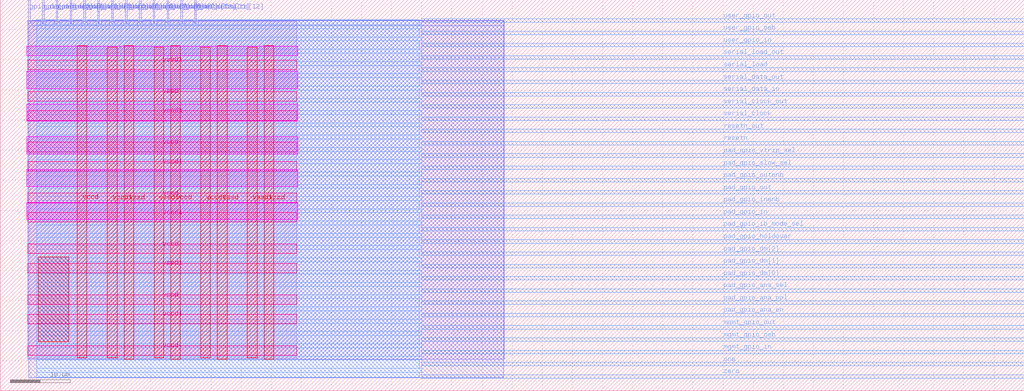
<source format=lef>
VERSION 5.7 ;
  NOWIREEXTENSIONATPIN ON ;
  DIVIDERCHAR "/" ;
  BUSBITCHARS "[]" ;
MACRO gpio_control_block
  CLASS BLOCK ;
  FOREIGN gpio_control_block ;
  ORIGIN 0.000 0.000 ;
  SIZE 170.000 BY 65.000 ;
  PIN gpio_defaults[0]
    DIRECTION INPUT ;
    USE SIGNAL ;
    PORT
      LAYER met2 ;
        RECT 4.690 61.000 4.970 65.000 ;
    END
  END gpio_defaults[0]
  PIN gpio_defaults[10]
    DIRECTION INPUT ;
    USE SIGNAL ;
    PORT
      LAYER met2 ;
        RECT 27.690 61.000 27.970 65.000 ;
    END
  END gpio_defaults[10]
  PIN gpio_defaults[11]
    DIRECTION INPUT ;
    USE SIGNAL ;
    PORT
      LAYER met2 ;
        RECT 29.990 61.000 30.270 65.000 ;
    END
  END gpio_defaults[11]
  PIN gpio_defaults[12]
    DIRECTION INPUT ;
    USE SIGNAL ;
    PORT
      LAYER met2 ;
        RECT 32.290 61.000 32.570 65.000 ;
    END
  END gpio_defaults[12]
  PIN gpio_defaults[1]
    DIRECTION INPUT ;
    USE SIGNAL ;
    PORT
      LAYER met2 ;
        RECT 6.990 61.000 7.270 65.000 ;
    END
  END gpio_defaults[1]
  PIN gpio_defaults[2]
    DIRECTION INPUT ;
    USE SIGNAL ;
    PORT
      LAYER met2 ;
        RECT 9.290 61.000 9.570 65.000 ;
    END
  END gpio_defaults[2]
  PIN gpio_defaults[3]
    DIRECTION INPUT ;
    USE SIGNAL ;
    PORT
      LAYER met2 ;
        RECT 11.590 61.000 11.870 65.000 ;
    END
  END gpio_defaults[3]
  PIN gpio_defaults[4]
    DIRECTION INPUT ;
    USE SIGNAL ;
    PORT
      LAYER met2 ;
        RECT 13.890 61.000 14.170 65.000 ;
    END
  END gpio_defaults[4]
  PIN gpio_defaults[5]
    DIRECTION INPUT ;
    USE SIGNAL ;
    PORT
      LAYER met2 ;
        RECT 16.190 61.000 16.470 65.000 ;
    END
  END gpio_defaults[5]
  PIN gpio_defaults[6]
    DIRECTION INPUT ;
    USE SIGNAL ;
    PORT
      LAYER met2 ;
        RECT 18.490 61.000 18.770 65.000 ;
    END
  END gpio_defaults[6]
  PIN gpio_defaults[7]
    DIRECTION INPUT ;
    USE SIGNAL ;
    PORT
      LAYER met2 ;
        RECT 20.790 61.000 21.070 65.000 ;
    END
  END gpio_defaults[7]
  PIN gpio_defaults[8]
    DIRECTION INPUT ;
    USE SIGNAL ;
    PORT
      LAYER met2 ;
        RECT 23.090 61.000 23.370 65.000 ;
    END
  END gpio_defaults[8]
  PIN gpio_defaults[9]
    DIRECTION INPUT ;
    USE SIGNAL ;
    PORT
      LAYER met2 ;
        RECT 25.390 61.000 25.670 65.000 ;
    END
  END gpio_defaults[9]
  PIN mgmt_gpio_in
    DIRECTION OUTPUT TRISTATE ;
    USE SIGNAL ;
    PORT
      LAYER met3 ;
        RECT 70.000 6.160 170.000 6.760 ;
    END
  END mgmt_gpio_in
  PIN mgmt_gpio_oeb
    DIRECTION INPUT ;
    USE SIGNAL ;
    PORT
      LAYER met3 ;
        RECT 70.000 8.200 170.000 8.800 ;
    END
  END mgmt_gpio_oeb
  PIN mgmt_gpio_out
    DIRECTION INPUT ;
    USE SIGNAL ;
    PORT
      LAYER met3 ;
        RECT 70.000 10.240 170.000 10.840 ;
    END
  END mgmt_gpio_out
  PIN one
    DIRECTION OUTPUT TRISTATE ;
    USE SIGNAL ;
    PORT
      LAYER met3 ;
        RECT 70.000 4.120 170.000 4.720 ;
    END
  END one
  PIN pad_gpio_ana_en
    DIRECTION OUTPUT TRISTATE ;
    USE SIGNAL ;
    PORT
      LAYER met3 ;
        RECT 70.000 12.280 170.000 12.880 ;
    END
  END pad_gpio_ana_en
  PIN pad_gpio_ana_pol
    DIRECTION OUTPUT TRISTATE ;
    USE SIGNAL ;
    PORT
      LAYER met3 ;
        RECT 70.000 14.320 170.000 14.920 ;
    END
  END pad_gpio_ana_pol
  PIN pad_gpio_ana_sel
    DIRECTION OUTPUT TRISTATE ;
    USE SIGNAL ;
    PORT
      LAYER met3 ;
        RECT 70.000 16.360 170.000 16.960 ;
    END
  END pad_gpio_ana_sel
  PIN pad_gpio_dm[0]
    DIRECTION OUTPUT TRISTATE ;
    USE SIGNAL ;
    PORT
      LAYER met3 ;
        RECT 70.000 18.400 170.000 19.000 ;
    END
  END pad_gpio_dm[0]
  PIN pad_gpio_dm[1]
    DIRECTION OUTPUT TRISTATE ;
    USE SIGNAL ;
    PORT
      LAYER met3 ;
        RECT 70.000 20.440 170.000 21.040 ;
    END
  END pad_gpio_dm[1]
  PIN pad_gpio_dm[2]
    DIRECTION OUTPUT TRISTATE ;
    USE SIGNAL ;
    PORT
      LAYER met3 ;
        RECT 70.000 22.480 170.000 23.080 ;
    END
  END pad_gpio_dm[2]
  PIN pad_gpio_holdover
    DIRECTION OUTPUT TRISTATE ;
    USE SIGNAL ;
    PORT
      LAYER met3 ;
        RECT 70.000 24.520 170.000 25.120 ;
    END
  END pad_gpio_holdover
  PIN pad_gpio_ib_mode_sel
    DIRECTION OUTPUT TRISTATE ;
    USE SIGNAL ;
    PORT
      LAYER met3 ;
        RECT 70.000 26.560 170.000 27.160 ;
    END
  END pad_gpio_ib_mode_sel
  PIN pad_gpio_in
    DIRECTION INPUT ;
    USE SIGNAL ;
    PORT
      LAYER met3 ;
        RECT 70.000 28.600 170.000 29.200 ;
    END
  END pad_gpio_in
  PIN pad_gpio_inenb
    DIRECTION OUTPUT TRISTATE ;
    USE SIGNAL ;
    PORT
      LAYER met3 ;
        RECT 70.000 30.640 170.000 31.240 ;
    END
  END pad_gpio_inenb
  PIN pad_gpio_out
    DIRECTION OUTPUT TRISTATE ;
    USE SIGNAL ;
    PORT
      LAYER met3 ;
        RECT 70.000 32.680 170.000 33.280 ;
    END
  END pad_gpio_out
  PIN pad_gpio_outenb
    DIRECTION OUTPUT TRISTATE ;
    USE SIGNAL ;
    PORT
      LAYER met3 ;
        RECT 70.000 34.720 170.000 35.320 ;
    END
  END pad_gpio_outenb
  PIN pad_gpio_slow_sel
    DIRECTION OUTPUT TRISTATE ;
    USE SIGNAL ;
    PORT
      LAYER met3 ;
        RECT 70.000 36.760 170.000 37.360 ;
    END
  END pad_gpio_slow_sel
  PIN pad_gpio_vtrip_sel
    DIRECTION OUTPUT TRISTATE ;
    USE SIGNAL ;
    PORT
      LAYER met3 ;
        RECT 70.000 38.800 170.000 39.400 ;
    END
  END pad_gpio_vtrip_sel
  PIN resetn
    DIRECTION INPUT ;
    USE SIGNAL ;
    PORT
      LAYER met3 ;
        RECT 70.000 40.840 170.000 41.440 ;
    END
  END resetn
  PIN resetn_out
    DIRECTION OUTPUT TRISTATE ;
    USE SIGNAL ;
    PORT
      LAYER met3 ;
        RECT 70.000 42.880 170.000 43.480 ;
    END
  END resetn_out
  PIN serial_clock
    DIRECTION INPUT ;
    USE SIGNAL ;
    PORT
      LAYER met3 ;
        RECT 70.000 44.920 170.000 45.520 ;
    END
  END serial_clock
  PIN serial_clock_out
    DIRECTION OUTPUT TRISTATE ;
    USE SIGNAL ;
    PORT
      LAYER met3 ;
        RECT 70.000 46.960 170.000 47.560 ;
    END
  END serial_clock_out
  PIN serial_data_in
    DIRECTION INPUT ;
    USE SIGNAL ;
    PORT
      LAYER met3 ;
        RECT 70.000 49.000 170.000 49.600 ;
    END
  END serial_data_in
  PIN serial_data_out
    DIRECTION OUTPUT TRISTATE ;
    USE SIGNAL ;
    PORT
      LAYER met3 ;
        RECT 70.000 51.040 170.000 51.640 ;
    END
  END serial_data_out
  PIN serial_load
    DIRECTION INPUT ;
    USE SIGNAL ;
    PORT
      LAYER met3 ;
        RECT 70.000 53.080 170.000 53.680 ;
    END
  END serial_load
  PIN serial_load_out
    DIRECTION OUTPUT TRISTATE ;
    USE SIGNAL ;
    PORT
      LAYER met3 ;
        RECT 70.000 55.120 170.000 55.720 ;
    END
  END serial_load_out
  PIN user_gpio_in
    DIRECTION OUTPUT TRISTATE ;
    USE SIGNAL ;
    PORT
      LAYER met3 ;
        RECT 70.000 57.160 170.000 57.760 ;
    END
  END user_gpio_in
  PIN user_gpio_oeb
    DIRECTION INPUT ;
    USE SIGNAL ;
    PORT
      LAYER met3 ;
        RECT 70.000 59.200 170.000 59.800 ;
    END
  END user_gpio_oeb
  PIN user_gpio_out
    DIRECTION INPUT ;
    USE SIGNAL ;
    PORT
      LAYER met3 ;
        RECT 70.000 61.240 170.000 61.840 ;
    END
  END user_gpio_out
  PIN vccd
    DIRECTION INPUT ;
    USE POWER ;
    PORT
      LAYER met5 ;
        RECT 4.600 5.900 49.220 7.500 ;
    END
    PORT
      LAYER met5 ;
        RECT 4.600 22.800 49.220 24.400 ;
    END
    PORT
      LAYER met5 ;
        RECT 4.600 39.700 49.220 41.300 ;
    END
    PORT
      LAYER met4 ;
        RECT 12.800 5.440 14.400 57.360 ;
    END
    PORT
      LAYER met4 ;
        RECT 28.300 5.200 29.900 57.360 ;
    END
    PORT
      LAYER met4 ;
        RECT 43.800 5.200 45.400 57.360 ;
    END
  END vccd
  PIN vccd1
    DIRECTION INPUT ;
    USE POWER ;
    PORT
      LAYER met5 ;
        RECT 4.600 11.140 49.220 12.740 ;
    END
    PORT
      LAYER met5 ;
        RECT 4.600 28.040 49.220 29.640 ;
    END
    PORT
      LAYER met5 ;
        RECT 4.600 44.940 49.220 46.540 ;
    END
    PORT
      LAYER met4 ;
        RECT 17.800 5.440 19.400 57.120 ;
    END
    PORT
      LAYER met4 ;
        RECT 33.300 5.440 34.900 57.120 ;
    END
  END vccd1
  PIN vssd
    DIRECTION INPUT ;
    USE GROUND ;
    PORT
      LAYER met5 ;
        RECT 4.600 14.350 49.220 15.950 ;
    END
    PORT
      LAYER met5 ;
        RECT 4.600 31.250 49.220 32.850 ;
    END
    PORT
      LAYER met5 ;
        RECT 4.600 48.150 49.220 49.750 ;
    END
    PORT
      LAYER met4 ;
        RECT 20.550 5.200 22.150 57.360 ;
    END
    PORT
      LAYER met4 ;
        RECT 36.050 5.200 37.650 57.360 ;
    END
  END vssd
  PIN vssd1
    DIRECTION INPUT ;
    USE GROUND ;
    PORT
      LAYER met5 ;
        RECT 4.600 19.590 49.220 21.190 ;
    END
    PORT
      LAYER met5 ;
        RECT 4.600 36.490 49.220 38.090 ;
    END
    PORT
      LAYER met5 ;
        RECT 4.600 53.390 49.220 54.990 ;
    END
    PORT
      LAYER met4 ;
        RECT 25.550 5.440 27.150 57.120 ;
    END
    PORT
      LAYER met4 ;
        RECT 41.050 5.440 42.650 57.120 ;
    END
  END vssd1
  PIN zero
    DIRECTION OUTPUT TRISTATE ;
    USE SIGNAL ;
    PORT
      LAYER met3 ;
        RECT 70.000 2.080 170.000 2.680 ;
    END
  END zero
  OBS
      LAYER nwell ;
        RECT 4.410 55.705 49.410 57.310 ;
        RECT 4.410 50.265 49.410 53.095 ;
        RECT 4.410 44.825 49.410 47.655 ;
        RECT 4.410 39.385 49.410 42.215 ;
        RECT 4.410 33.945 49.410 36.775 ;
        RECT 4.410 28.505 49.410 31.335 ;
      LAYER li1 ;
        RECT 4.600 5.355 49.220 61.455 ;
      LAYER met1 ;
        RECT 4.600 5.200 83.650 61.500 ;
      LAYER met2 ;
        RECT 5.250 60.720 6.710 61.610 ;
        RECT 7.550 60.720 9.010 61.610 ;
        RECT 9.850 60.720 11.310 61.610 ;
        RECT 12.150 60.720 13.610 61.610 ;
        RECT 14.450 60.720 15.910 61.610 ;
        RECT 16.750 60.720 18.210 61.610 ;
        RECT 19.050 60.720 20.510 61.610 ;
        RECT 21.350 60.720 22.810 61.610 ;
        RECT 23.650 60.720 25.110 61.610 ;
        RECT 25.950 60.720 27.410 61.610 ;
        RECT 28.250 60.720 29.710 61.610 ;
        RECT 30.550 60.720 32.010 61.610 ;
        RECT 32.850 60.720 83.630 61.610 ;
        RECT 4.700 2.195 83.630 60.720 ;
      LAYER met3 ;
        RECT 6.045 60.840 69.600 61.690 ;
        RECT 6.045 60.200 70.000 60.840 ;
        RECT 6.045 58.800 69.600 60.200 ;
        RECT 6.045 58.160 70.000 58.800 ;
        RECT 6.045 56.760 69.600 58.160 ;
        RECT 6.045 56.120 70.000 56.760 ;
        RECT 6.045 54.720 69.600 56.120 ;
        RECT 6.045 54.080 70.000 54.720 ;
        RECT 6.045 52.680 69.600 54.080 ;
        RECT 6.045 52.040 70.000 52.680 ;
        RECT 6.045 50.640 69.600 52.040 ;
        RECT 6.045 50.000 70.000 50.640 ;
        RECT 6.045 48.600 69.600 50.000 ;
        RECT 6.045 47.960 70.000 48.600 ;
        RECT 6.045 46.560 69.600 47.960 ;
        RECT 6.045 45.920 70.000 46.560 ;
        RECT 6.045 44.520 69.600 45.920 ;
        RECT 6.045 43.880 70.000 44.520 ;
        RECT 6.045 42.480 69.600 43.880 ;
        RECT 6.045 41.840 70.000 42.480 ;
        RECT 6.045 40.440 69.600 41.840 ;
        RECT 6.045 39.800 70.000 40.440 ;
        RECT 6.045 38.400 69.600 39.800 ;
        RECT 6.045 37.760 70.000 38.400 ;
        RECT 6.045 36.360 69.600 37.760 ;
        RECT 6.045 35.720 70.000 36.360 ;
        RECT 6.045 34.320 69.600 35.720 ;
        RECT 6.045 33.680 70.000 34.320 ;
        RECT 6.045 32.280 69.600 33.680 ;
        RECT 6.045 31.640 70.000 32.280 ;
        RECT 6.045 30.240 69.600 31.640 ;
        RECT 6.045 29.600 70.000 30.240 ;
        RECT 6.045 28.200 69.600 29.600 ;
        RECT 6.045 27.560 70.000 28.200 ;
        RECT 6.045 26.160 69.600 27.560 ;
        RECT 6.045 25.520 70.000 26.160 ;
        RECT 6.045 24.120 69.600 25.520 ;
        RECT 6.045 23.480 70.000 24.120 ;
        RECT 6.045 22.080 69.600 23.480 ;
        RECT 6.045 21.440 70.000 22.080 ;
        RECT 6.045 20.040 69.600 21.440 ;
        RECT 6.045 19.400 70.000 20.040 ;
        RECT 6.045 18.000 69.600 19.400 ;
        RECT 6.045 17.360 70.000 18.000 ;
        RECT 6.045 15.960 69.600 17.360 ;
        RECT 6.045 15.320 70.000 15.960 ;
        RECT 6.045 13.920 69.600 15.320 ;
        RECT 6.045 13.280 70.000 13.920 ;
        RECT 6.045 11.880 69.600 13.280 ;
        RECT 6.045 11.240 70.000 11.880 ;
        RECT 6.045 9.840 69.600 11.240 ;
        RECT 6.045 9.200 70.000 9.840 ;
        RECT 6.045 7.800 69.600 9.200 ;
        RECT 6.045 7.160 70.000 7.800 ;
        RECT 6.045 5.760 69.600 7.160 ;
        RECT 6.045 5.120 70.000 5.760 ;
        RECT 6.045 3.720 69.600 5.120 ;
        RECT 6.045 3.080 70.000 3.720 ;
        RECT 6.045 2.215 69.600 3.080 ;
      LAYER met4 ;
        RECT 6.280 8.160 11.380 22.240 ;
  END
END gpio_control_block
END LIBRARY


</source>
